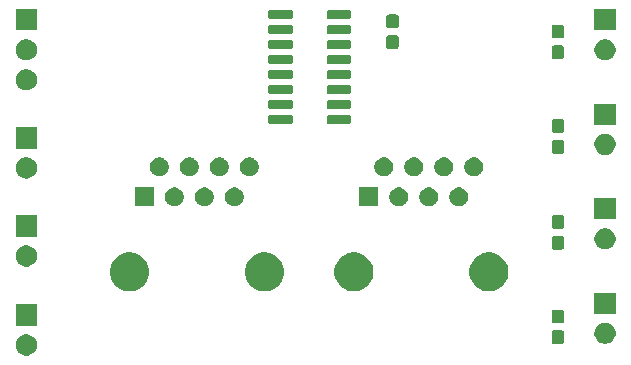
<source format=gbr>
G04 #@! TF.GenerationSoftware,KiCad,Pcbnew,5.1.5-52549c5~84~ubuntu18.04.1*
G04 #@! TF.CreationDate,2020-03-03T19:20:35-07:00*
G04 #@! TF.ProjectId,transmitter-test,7472616e-736d-4697-9474-65722d746573,rev?*
G04 #@! TF.SameCoordinates,Original*
G04 #@! TF.FileFunction,Soldermask,Top*
G04 #@! TF.FilePolarity,Negative*
%FSLAX46Y46*%
G04 Gerber Fmt 4.6, Leading zero omitted, Abs format (unit mm)*
G04 Created by KiCad (PCBNEW 5.1.5-52549c5~84~ubuntu18.04.1) date 2020-03-03 19:20:35*
%MOMM*%
%LPD*%
G04 APERTURE LIST*
%ADD10C,0.100000*%
G04 APERTURE END LIST*
D10*
G36*
X88113512Y-94643927D02*
G01*
X88262812Y-94673624D01*
X88426784Y-94741544D01*
X88574354Y-94840147D01*
X88699853Y-94965646D01*
X88798456Y-95113216D01*
X88866376Y-95277188D01*
X88896073Y-95426488D01*
X88900949Y-95451000D01*
X88901000Y-95451259D01*
X88901000Y-95628741D01*
X88866376Y-95802812D01*
X88798456Y-95966784D01*
X88699853Y-96114354D01*
X88574354Y-96239853D01*
X88426784Y-96338456D01*
X88262812Y-96406376D01*
X88113512Y-96436073D01*
X88088742Y-96441000D01*
X87911258Y-96441000D01*
X87886488Y-96436073D01*
X87737188Y-96406376D01*
X87573216Y-96338456D01*
X87425646Y-96239853D01*
X87300147Y-96114354D01*
X87201544Y-95966784D01*
X87133624Y-95802812D01*
X87099000Y-95628741D01*
X87099000Y-95451259D01*
X87099052Y-95451000D01*
X87103927Y-95426488D01*
X87133624Y-95277188D01*
X87201544Y-95113216D01*
X87300147Y-94965646D01*
X87425646Y-94840147D01*
X87573216Y-94741544D01*
X87737188Y-94673624D01*
X87886488Y-94643927D01*
X87911258Y-94639000D01*
X88088742Y-94639000D01*
X88113512Y-94643927D01*
G37*
G36*
X133364499Y-94303445D02*
G01*
X133401995Y-94314820D01*
X133436554Y-94333292D01*
X133466847Y-94358153D01*
X133491708Y-94388446D01*
X133510180Y-94423005D01*
X133521555Y-94460501D01*
X133526000Y-94505638D01*
X133526000Y-95244362D01*
X133521555Y-95289499D01*
X133510180Y-95326995D01*
X133491708Y-95361554D01*
X133466847Y-95391847D01*
X133436554Y-95416708D01*
X133401995Y-95435180D01*
X133364499Y-95446555D01*
X133319362Y-95451000D01*
X132680638Y-95451000D01*
X132635501Y-95446555D01*
X132598005Y-95435180D01*
X132563446Y-95416708D01*
X132533153Y-95391847D01*
X132508292Y-95361554D01*
X132489820Y-95326995D01*
X132478445Y-95289499D01*
X132474000Y-95244362D01*
X132474000Y-94505638D01*
X132478445Y-94460501D01*
X132489820Y-94423005D01*
X132508292Y-94388446D01*
X132533153Y-94358153D01*
X132563446Y-94333292D01*
X132598005Y-94314820D01*
X132635501Y-94303445D01*
X132680638Y-94299000D01*
X133319362Y-94299000D01*
X133364499Y-94303445D01*
G37*
G36*
X137113512Y-93643927D02*
G01*
X137262812Y-93673624D01*
X137426784Y-93741544D01*
X137574354Y-93840147D01*
X137699853Y-93965646D01*
X137798456Y-94113216D01*
X137866376Y-94277188D01*
X137888506Y-94388446D01*
X137901000Y-94451258D01*
X137901000Y-94628742D01*
X137896073Y-94653512D01*
X137866376Y-94802812D01*
X137798456Y-94966784D01*
X137699853Y-95114354D01*
X137574354Y-95239853D01*
X137426784Y-95338456D01*
X137262812Y-95406376D01*
X137118001Y-95435180D01*
X137088742Y-95441000D01*
X136911258Y-95441000D01*
X136881999Y-95435180D01*
X136737188Y-95406376D01*
X136573216Y-95338456D01*
X136425646Y-95239853D01*
X136300147Y-95114354D01*
X136201544Y-94966784D01*
X136133624Y-94802812D01*
X136103927Y-94653512D01*
X136099000Y-94628742D01*
X136099000Y-94451258D01*
X136111494Y-94388446D01*
X136133624Y-94277188D01*
X136201544Y-94113216D01*
X136300147Y-93965646D01*
X136425646Y-93840147D01*
X136573216Y-93741544D01*
X136737188Y-93673624D01*
X136886488Y-93643927D01*
X136911258Y-93639000D01*
X137088742Y-93639000D01*
X137113512Y-93643927D01*
G37*
G36*
X88901000Y-93901000D02*
G01*
X87099000Y-93901000D01*
X87099000Y-92099000D01*
X88901000Y-92099000D01*
X88901000Y-93901000D01*
G37*
G36*
X133364499Y-92553445D02*
G01*
X133401995Y-92564820D01*
X133436554Y-92583292D01*
X133466847Y-92608153D01*
X133491708Y-92638446D01*
X133510180Y-92673005D01*
X133521555Y-92710501D01*
X133526000Y-92755638D01*
X133526000Y-93494362D01*
X133521555Y-93539499D01*
X133510180Y-93576995D01*
X133491708Y-93611554D01*
X133466847Y-93641847D01*
X133436554Y-93666708D01*
X133401995Y-93685180D01*
X133364499Y-93696555D01*
X133319362Y-93701000D01*
X132680638Y-93701000D01*
X132635501Y-93696555D01*
X132598005Y-93685180D01*
X132563446Y-93666708D01*
X132533153Y-93641847D01*
X132508292Y-93611554D01*
X132489820Y-93576995D01*
X132478445Y-93539499D01*
X132474000Y-93494362D01*
X132474000Y-92755638D01*
X132478445Y-92710501D01*
X132489820Y-92673005D01*
X132508292Y-92638446D01*
X132533153Y-92608153D01*
X132563446Y-92583292D01*
X132598005Y-92564820D01*
X132635501Y-92553445D01*
X132680638Y-92549000D01*
X133319362Y-92549000D01*
X133364499Y-92553445D01*
G37*
G36*
X137901000Y-92901000D02*
G01*
X136099000Y-92901000D01*
X136099000Y-91099000D01*
X137901000Y-91099000D01*
X137901000Y-92901000D01*
G37*
G36*
X97084593Y-87737188D02*
G01*
X97211579Y-87762447D01*
X97512042Y-87886903D01*
X97782451Y-88067585D01*
X98012415Y-88297549D01*
X98193097Y-88567958D01*
X98317553Y-88868421D01*
X98381000Y-89187391D01*
X98381000Y-89512609D01*
X98317553Y-89831579D01*
X98193097Y-90132042D01*
X98012415Y-90402451D01*
X97782451Y-90632415D01*
X97512042Y-90813097D01*
X97211579Y-90937553D01*
X97105256Y-90958702D01*
X96892611Y-91001000D01*
X96567389Y-91001000D01*
X96354744Y-90958702D01*
X96248421Y-90937553D01*
X95947958Y-90813097D01*
X95677549Y-90632415D01*
X95447585Y-90402451D01*
X95266903Y-90132042D01*
X95142447Y-89831579D01*
X95079000Y-89512609D01*
X95079000Y-89187391D01*
X95142447Y-88868421D01*
X95266903Y-88567958D01*
X95447585Y-88297549D01*
X95677549Y-88067585D01*
X95947958Y-87886903D01*
X96248421Y-87762447D01*
X96375407Y-87737188D01*
X96567389Y-87699000D01*
X96892611Y-87699000D01*
X97084593Y-87737188D01*
G37*
G36*
X116084593Y-87737188D02*
G01*
X116211579Y-87762447D01*
X116512042Y-87886903D01*
X116782451Y-88067585D01*
X117012415Y-88297549D01*
X117193097Y-88567958D01*
X117317553Y-88868421D01*
X117381000Y-89187391D01*
X117381000Y-89512609D01*
X117317553Y-89831579D01*
X117193097Y-90132042D01*
X117012415Y-90402451D01*
X116782451Y-90632415D01*
X116512042Y-90813097D01*
X116211579Y-90937553D01*
X116105256Y-90958702D01*
X115892611Y-91001000D01*
X115567389Y-91001000D01*
X115354744Y-90958702D01*
X115248421Y-90937553D01*
X114947958Y-90813097D01*
X114677549Y-90632415D01*
X114447585Y-90402451D01*
X114266903Y-90132042D01*
X114142447Y-89831579D01*
X114079000Y-89512609D01*
X114079000Y-89187391D01*
X114142447Y-88868421D01*
X114266903Y-88567958D01*
X114447585Y-88297549D01*
X114677549Y-88067585D01*
X114947958Y-87886903D01*
X115248421Y-87762447D01*
X115375407Y-87737188D01*
X115567389Y-87699000D01*
X115892611Y-87699000D01*
X116084593Y-87737188D01*
G37*
G36*
X127514593Y-87737188D02*
G01*
X127641579Y-87762447D01*
X127942042Y-87886903D01*
X128212451Y-88067585D01*
X128442415Y-88297549D01*
X128623097Y-88567958D01*
X128747553Y-88868421D01*
X128811000Y-89187391D01*
X128811000Y-89512609D01*
X128747553Y-89831579D01*
X128623097Y-90132042D01*
X128442415Y-90402451D01*
X128212451Y-90632415D01*
X127942042Y-90813097D01*
X127641579Y-90937553D01*
X127535256Y-90958702D01*
X127322611Y-91001000D01*
X126997389Y-91001000D01*
X126784744Y-90958702D01*
X126678421Y-90937553D01*
X126377958Y-90813097D01*
X126107549Y-90632415D01*
X125877585Y-90402451D01*
X125696903Y-90132042D01*
X125572447Y-89831579D01*
X125509000Y-89512609D01*
X125509000Y-89187391D01*
X125572447Y-88868421D01*
X125696903Y-88567958D01*
X125877585Y-88297549D01*
X126107549Y-88067585D01*
X126377958Y-87886903D01*
X126678421Y-87762447D01*
X126805407Y-87737188D01*
X126997389Y-87699000D01*
X127322611Y-87699000D01*
X127514593Y-87737188D01*
G37*
G36*
X108514593Y-87737188D02*
G01*
X108641579Y-87762447D01*
X108942042Y-87886903D01*
X109212451Y-88067585D01*
X109442415Y-88297549D01*
X109623097Y-88567958D01*
X109747553Y-88868421D01*
X109811000Y-89187391D01*
X109811000Y-89512609D01*
X109747553Y-89831579D01*
X109623097Y-90132042D01*
X109442415Y-90402451D01*
X109212451Y-90632415D01*
X108942042Y-90813097D01*
X108641579Y-90937553D01*
X108535256Y-90958702D01*
X108322611Y-91001000D01*
X107997389Y-91001000D01*
X107784744Y-90958702D01*
X107678421Y-90937553D01*
X107377958Y-90813097D01*
X107107549Y-90632415D01*
X106877585Y-90402451D01*
X106696903Y-90132042D01*
X106572447Y-89831579D01*
X106509000Y-89512609D01*
X106509000Y-89187391D01*
X106572447Y-88868421D01*
X106696903Y-88567958D01*
X106877585Y-88297549D01*
X107107549Y-88067585D01*
X107377958Y-87886903D01*
X107678421Y-87762447D01*
X107805407Y-87737188D01*
X107997389Y-87699000D01*
X108322611Y-87699000D01*
X108514593Y-87737188D01*
G37*
G36*
X88113512Y-87103927D02*
G01*
X88262812Y-87133624D01*
X88426784Y-87201544D01*
X88574354Y-87300147D01*
X88699853Y-87425646D01*
X88798456Y-87573216D01*
X88866376Y-87737188D01*
X88901000Y-87911259D01*
X88901000Y-88088741D01*
X88866376Y-88262812D01*
X88798456Y-88426784D01*
X88699853Y-88574354D01*
X88574354Y-88699853D01*
X88426784Y-88798456D01*
X88262812Y-88866376D01*
X88113512Y-88896073D01*
X88088742Y-88901000D01*
X87911258Y-88901000D01*
X87886488Y-88896073D01*
X87737188Y-88866376D01*
X87573216Y-88798456D01*
X87425646Y-88699853D01*
X87300147Y-88574354D01*
X87201544Y-88426784D01*
X87133624Y-88262812D01*
X87099000Y-88088741D01*
X87099000Y-87911259D01*
X87133624Y-87737188D01*
X87201544Y-87573216D01*
X87300147Y-87425646D01*
X87425646Y-87300147D01*
X87573216Y-87201544D01*
X87737188Y-87133624D01*
X87886488Y-87103927D01*
X87911258Y-87099000D01*
X88088742Y-87099000D01*
X88113512Y-87103927D01*
G37*
G36*
X133364499Y-86303445D02*
G01*
X133401995Y-86314820D01*
X133436554Y-86333292D01*
X133466847Y-86358153D01*
X133491708Y-86388446D01*
X133510180Y-86423005D01*
X133521555Y-86460501D01*
X133526000Y-86505638D01*
X133526000Y-87244362D01*
X133521555Y-87289499D01*
X133510180Y-87326995D01*
X133491708Y-87361554D01*
X133466847Y-87391847D01*
X133436554Y-87416708D01*
X133401995Y-87435180D01*
X133364499Y-87446555D01*
X133319362Y-87451000D01*
X132680638Y-87451000D01*
X132635501Y-87446555D01*
X132598005Y-87435180D01*
X132563446Y-87416708D01*
X132533153Y-87391847D01*
X132508292Y-87361554D01*
X132489820Y-87326995D01*
X132478445Y-87289499D01*
X132474000Y-87244362D01*
X132474000Y-86505638D01*
X132478445Y-86460501D01*
X132489820Y-86423005D01*
X132508292Y-86388446D01*
X132533153Y-86358153D01*
X132563446Y-86333292D01*
X132598005Y-86314820D01*
X132635501Y-86303445D01*
X132680638Y-86299000D01*
X133319362Y-86299000D01*
X133364499Y-86303445D01*
G37*
G36*
X137113512Y-85643927D02*
G01*
X137262812Y-85673624D01*
X137426784Y-85741544D01*
X137574354Y-85840147D01*
X137699853Y-85965646D01*
X137798456Y-86113216D01*
X137866376Y-86277188D01*
X137901000Y-86451259D01*
X137901000Y-86628741D01*
X137866376Y-86802812D01*
X137798456Y-86966784D01*
X137699853Y-87114354D01*
X137574354Y-87239853D01*
X137426784Y-87338456D01*
X137262812Y-87406376D01*
X137118001Y-87435180D01*
X137088742Y-87441000D01*
X136911258Y-87441000D01*
X136881999Y-87435180D01*
X136737188Y-87406376D01*
X136573216Y-87338456D01*
X136425646Y-87239853D01*
X136300147Y-87114354D01*
X136201544Y-86966784D01*
X136133624Y-86802812D01*
X136099000Y-86628741D01*
X136099000Y-86451259D01*
X136133624Y-86277188D01*
X136201544Y-86113216D01*
X136300147Y-85965646D01*
X136425646Y-85840147D01*
X136573216Y-85741544D01*
X136737188Y-85673624D01*
X136886488Y-85643927D01*
X136911258Y-85639000D01*
X137088742Y-85639000D01*
X137113512Y-85643927D01*
G37*
G36*
X88901000Y-86361000D02*
G01*
X87099000Y-86361000D01*
X87099000Y-84559000D01*
X88901000Y-84559000D01*
X88901000Y-86361000D01*
G37*
G36*
X133364499Y-84553445D02*
G01*
X133401995Y-84564820D01*
X133436554Y-84583292D01*
X133466847Y-84608153D01*
X133491708Y-84638446D01*
X133510180Y-84673005D01*
X133521555Y-84710501D01*
X133526000Y-84755638D01*
X133526000Y-85494362D01*
X133521555Y-85539499D01*
X133510180Y-85576995D01*
X133491708Y-85611554D01*
X133466847Y-85641847D01*
X133436554Y-85666708D01*
X133401995Y-85685180D01*
X133364499Y-85696555D01*
X133319362Y-85701000D01*
X132680638Y-85701000D01*
X132635501Y-85696555D01*
X132598005Y-85685180D01*
X132563446Y-85666708D01*
X132533153Y-85641847D01*
X132508292Y-85611554D01*
X132489820Y-85576995D01*
X132478445Y-85539499D01*
X132474000Y-85494362D01*
X132474000Y-84755638D01*
X132478445Y-84710501D01*
X132489820Y-84673005D01*
X132508292Y-84638446D01*
X132533153Y-84608153D01*
X132563446Y-84583292D01*
X132598005Y-84564820D01*
X132635501Y-84553445D01*
X132680638Y-84549000D01*
X133319362Y-84549000D01*
X133364499Y-84553445D01*
G37*
G36*
X137901000Y-84901000D02*
G01*
X136099000Y-84901000D01*
X136099000Y-83099000D01*
X137901000Y-83099000D01*
X137901000Y-84901000D01*
G37*
G36*
X105853642Y-82229781D02*
G01*
X105999414Y-82290162D01*
X105999416Y-82290163D01*
X106130608Y-82377822D01*
X106242178Y-82489392D01*
X106329837Y-82620584D01*
X106329838Y-82620586D01*
X106390219Y-82766358D01*
X106421000Y-82921107D01*
X106421000Y-83078893D01*
X106390219Y-83233642D01*
X106329838Y-83379414D01*
X106329837Y-83379416D01*
X106242178Y-83510608D01*
X106130608Y-83622178D01*
X105999416Y-83709837D01*
X105999415Y-83709838D01*
X105999414Y-83709838D01*
X105853642Y-83770219D01*
X105698893Y-83801000D01*
X105541107Y-83801000D01*
X105386358Y-83770219D01*
X105240586Y-83709838D01*
X105240585Y-83709838D01*
X105240584Y-83709837D01*
X105109392Y-83622178D01*
X104997822Y-83510608D01*
X104910163Y-83379416D01*
X104910162Y-83379414D01*
X104849781Y-83233642D01*
X104819000Y-83078893D01*
X104819000Y-82921107D01*
X104849781Y-82766358D01*
X104910162Y-82620586D01*
X104910163Y-82620584D01*
X104997822Y-82489392D01*
X105109392Y-82377822D01*
X105240584Y-82290163D01*
X105240586Y-82290162D01*
X105386358Y-82229781D01*
X105541107Y-82199000D01*
X105698893Y-82199000D01*
X105853642Y-82229781D01*
G37*
G36*
X117801000Y-83801000D02*
G01*
X116199000Y-83801000D01*
X116199000Y-82199000D01*
X117801000Y-82199000D01*
X117801000Y-83801000D01*
G37*
G36*
X103313642Y-82229781D02*
G01*
X103459414Y-82290162D01*
X103459416Y-82290163D01*
X103590608Y-82377822D01*
X103702178Y-82489392D01*
X103789837Y-82620584D01*
X103789838Y-82620586D01*
X103850219Y-82766358D01*
X103881000Y-82921107D01*
X103881000Y-83078893D01*
X103850219Y-83233642D01*
X103789838Y-83379414D01*
X103789837Y-83379416D01*
X103702178Y-83510608D01*
X103590608Y-83622178D01*
X103459416Y-83709837D01*
X103459415Y-83709838D01*
X103459414Y-83709838D01*
X103313642Y-83770219D01*
X103158893Y-83801000D01*
X103001107Y-83801000D01*
X102846358Y-83770219D01*
X102700586Y-83709838D01*
X102700585Y-83709838D01*
X102700584Y-83709837D01*
X102569392Y-83622178D01*
X102457822Y-83510608D01*
X102370163Y-83379416D01*
X102370162Y-83379414D01*
X102309781Y-83233642D01*
X102279000Y-83078893D01*
X102279000Y-82921107D01*
X102309781Y-82766358D01*
X102370162Y-82620586D01*
X102370163Y-82620584D01*
X102457822Y-82489392D01*
X102569392Y-82377822D01*
X102700584Y-82290163D01*
X102700586Y-82290162D01*
X102846358Y-82229781D01*
X103001107Y-82199000D01*
X103158893Y-82199000D01*
X103313642Y-82229781D01*
G37*
G36*
X119773642Y-82229781D02*
G01*
X119919414Y-82290162D01*
X119919416Y-82290163D01*
X120050608Y-82377822D01*
X120162178Y-82489392D01*
X120249837Y-82620584D01*
X120249838Y-82620586D01*
X120310219Y-82766358D01*
X120341000Y-82921107D01*
X120341000Y-83078893D01*
X120310219Y-83233642D01*
X120249838Y-83379414D01*
X120249837Y-83379416D01*
X120162178Y-83510608D01*
X120050608Y-83622178D01*
X119919416Y-83709837D01*
X119919415Y-83709838D01*
X119919414Y-83709838D01*
X119773642Y-83770219D01*
X119618893Y-83801000D01*
X119461107Y-83801000D01*
X119306358Y-83770219D01*
X119160586Y-83709838D01*
X119160585Y-83709838D01*
X119160584Y-83709837D01*
X119029392Y-83622178D01*
X118917822Y-83510608D01*
X118830163Y-83379416D01*
X118830162Y-83379414D01*
X118769781Y-83233642D01*
X118739000Y-83078893D01*
X118739000Y-82921107D01*
X118769781Y-82766358D01*
X118830162Y-82620586D01*
X118830163Y-82620584D01*
X118917822Y-82489392D01*
X119029392Y-82377822D01*
X119160584Y-82290163D01*
X119160586Y-82290162D01*
X119306358Y-82229781D01*
X119461107Y-82199000D01*
X119618893Y-82199000D01*
X119773642Y-82229781D01*
G37*
G36*
X100773642Y-82229781D02*
G01*
X100919414Y-82290162D01*
X100919416Y-82290163D01*
X101050608Y-82377822D01*
X101162178Y-82489392D01*
X101249837Y-82620584D01*
X101249838Y-82620586D01*
X101310219Y-82766358D01*
X101341000Y-82921107D01*
X101341000Y-83078893D01*
X101310219Y-83233642D01*
X101249838Y-83379414D01*
X101249837Y-83379416D01*
X101162178Y-83510608D01*
X101050608Y-83622178D01*
X100919416Y-83709837D01*
X100919415Y-83709838D01*
X100919414Y-83709838D01*
X100773642Y-83770219D01*
X100618893Y-83801000D01*
X100461107Y-83801000D01*
X100306358Y-83770219D01*
X100160586Y-83709838D01*
X100160585Y-83709838D01*
X100160584Y-83709837D01*
X100029392Y-83622178D01*
X99917822Y-83510608D01*
X99830163Y-83379416D01*
X99830162Y-83379414D01*
X99769781Y-83233642D01*
X99739000Y-83078893D01*
X99739000Y-82921107D01*
X99769781Y-82766358D01*
X99830162Y-82620586D01*
X99830163Y-82620584D01*
X99917822Y-82489392D01*
X100029392Y-82377822D01*
X100160584Y-82290163D01*
X100160586Y-82290162D01*
X100306358Y-82229781D01*
X100461107Y-82199000D01*
X100618893Y-82199000D01*
X100773642Y-82229781D01*
G37*
G36*
X98801000Y-83801000D02*
G01*
X97199000Y-83801000D01*
X97199000Y-82199000D01*
X98801000Y-82199000D01*
X98801000Y-83801000D01*
G37*
G36*
X122313642Y-82229781D02*
G01*
X122459414Y-82290162D01*
X122459416Y-82290163D01*
X122590608Y-82377822D01*
X122702178Y-82489392D01*
X122789837Y-82620584D01*
X122789838Y-82620586D01*
X122850219Y-82766358D01*
X122881000Y-82921107D01*
X122881000Y-83078893D01*
X122850219Y-83233642D01*
X122789838Y-83379414D01*
X122789837Y-83379416D01*
X122702178Y-83510608D01*
X122590608Y-83622178D01*
X122459416Y-83709837D01*
X122459415Y-83709838D01*
X122459414Y-83709838D01*
X122313642Y-83770219D01*
X122158893Y-83801000D01*
X122001107Y-83801000D01*
X121846358Y-83770219D01*
X121700586Y-83709838D01*
X121700585Y-83709838D01*
X121700584Y-83709837D01*
X121569392Y-83622178D01*
X121457822Y-83510608D01*
X121370163Y-83379416D01*
X121370162Y-83379414D01*
X121309781Y-83233642D01*
X121279000Y-83078893D01*
X121279000Y-82921107D01*
X121309781Y-82766358D01*
X121370162Y-82620586D01*
X121370163Y-82620584D01*
X121457822Y-82489392D01*
X121569392Y-82377822D01*
X121700584Y-82290163D01*
X121700586Y-82290162D01*
X121846358Y-82229781D01*
X122001107Y-82199000D01*
X122158893Y-82199000D01*
X122313642Y-82229781D01*
G37*
G36*
X124853642Y-82229781D02*
G01*
X124999414Y-82290162D01*
X124999416Y-82290163D01*
X125130608Y-82377822D01*
X125242178Y-82489392D01*
X125329837Y-82620584D01*
X125329838Y-82620586D01*
X125390219Y-82766358D01*
X125421000Y-82921107D01*
X125421000Y-83078893D01*
X125390219Y-83233642D01*
X125329838Y-83379414D01*
X125329837Y-83379416D01*
X125242178Y-83510608D01*
X125130608Y-83622178D01*
X124999416Y-83709837D01*
X124999415Y-83709838D01*
X124999414Y-83709838D01*
X124853642Y-83770219D01*
X124698893Y-83801000D01*
X124541107Y-83801000D01*
X124386358Y-83770219D01*
X124240586Y-83709838D01*
X124240585Y-83709838D01*
X124240584Y-83709837D01*
X124109392Y-83622178D01*
X123997822Y-83510608D01*
X123910163Y-83379416D01*
X123910162Y-83379414D01*
X123849781Y-83233642D01*
X123819000Y-83078893D01*
X123819000Y-82921107D01*
X123849781Y-82766358D01*
X123910162Y-82620586D01*
X123910163Y-82620584D01*
X123997822Y-82489392D01*
X124109392Y-82377822D01*
X124240584Y-82290163D01*
X124240586Y-82290162D01*
X124386358Y-82229781D01*
X124541107Y-82199000D01*
X124698893Y-82199000D01*
X124853642Y-82229781D01*
G37*
G36*
X88113512Y-79643927D02*
G01*
X88262812Y-79673624D01*
X88426784Y-79741544D01*
X88574354Y-79840147D01*
X88699853Y-79965646D01*
X88798456Y-80113216D01*
X88866376Y-80277188D01*
X88901000Y-80451259D01*
X88901000Y-80628741D01*
X88866376Y-80802812D01*
X88798456Y-80966784D01*
X88699853Y-81114354D01*
X88574354Y-81239853D01*
X88426784Y-81338456D01*
X88262812Y-81406376D01*
X88113512Y-81436073D01*
X88088742Y-81441000D01*
X87911258Y-81441000D01*
X87886488Y-81436073D01*
X87737188Y-81406376D01*
X87573216Y-81338456D01*
X87425646Y-81239853D01*
X87300147Y-81114354D01*
X87201544Y-80966784D01*
X87133624Y-80802812D01*
X87099000Y-80628741D01*
X87099000Y-80451259D01*
X87133624Y-80277188D01*
X87201544Y-80113216D01*
X87300147Y-79965646D01*
X87425646Y-79840147D01*
X87573216Y-79741544D01*
X87737188Y-79673624D01*
X87886488Y-79643927D01*
X87911258Y-79639000D01*
X88088742Y-79639000D01*
X88113512Y-79643927D01*
G37*
G36*
X99503642Y-79689781D02*
G01*
X99628608Y-79741544D01*
X99649416Y-79750163D01*
X99780608Y-79837822D01*
X99892178Y-79949392D01*
X99903038Y-79965646D01*
X99979838Y-80080586D01*
X100040219Y-80226358D01*
X100071000Y-80381107D01*
X100071000Y-80538893D01*
X100040219Y-80693642D01*
X99994999Y-80802812D01*
X99979837Y-80839416D01*
X99892178Y-80970608D01*
X99780608Y-81082178D01*
X99649416Y-81169837D01*
X99649415Y-81169838D01*
X99649414Y-81169838D01*
X99503642Y-81230219D01*
X99348893Y-81261000D01*
X99191107Y-81261000D01*
X99036358Y-81230219D01*
X98890586Y-81169838D01*
X98890585Y-81169838D01*
X98890584Y-81169837D01*
X98759392Y-81082178D01*
X98647822Y-80970608D01*
X98560163Y-80839416D01*
X98545001Y-80802812D01*
X98499781Y-80693642D01*
X98469000Y-80538893D01*
X98469000Y-80381107D01*
X98499781Y-80226358D01*
X98560162Y-80080586D01*
X98636962Y-79965646D01*
X98647822Y-79949392D01*
X98759392Y-79837822D01*
X98890584Y-79750163D01*
X98911392Y-79741544D01*
X99036358Y-79689781D01*
X99191107Y-79659000D01*
X99348893Y-79659000D01*
X99503642Y-79689781D01*
G37*
G36*
X102043642Y-79689781D02*
G01*
X102168608Y-79741544D01*
X102189416Y-79750163D01*
X102320608Y-79837822D01*
X102432178Y-79949392D01*
X102443038Y-79965646D01*
X102519838Y-80080586D01*
X102580219Y-80226358D01*
X102611000Y-80381107D01*
X102611000Y-80538893D01*
X102580219Y-80693642D01*
X102534999Y-80802812D01*
X102519837Y-80839416D01*
X102432178Y-80970608D01*
X102320608Y-81082178D01*
X102189416Y-81169837D01*
X102189415Y-81169838D01*
X102189414Y-81169838D01*
X102043642Y-81230219D01*
X101888893Y-81261000D01*
X101731107Y-81261000D01*
X101576358Y-81230219D01*
X101430586Y-81169838D01*
X101430585Y-81169838D01*
X101430584Y-81169837D01*
X101299392Y-81082178D01*
X101187822Y-80970608D01*
X101100163Y-80839416D01*
X101085001Y-80802812D01*
X101039781Y-80693642D01*
X101009000Y-80538893D01*
X101009000Y-80381107D01*
X101039781Y-80226358D01*
X101100162Y-80080586D01*
X101176962Y-79965646D01*
X101187822Y-79949392D01*
X101299392Y-79837822D01*
X101430584Y-79750163D01*
X101451392Y-79741544D01*
X101576358Y-79689781D01*
X101731107Y-79659000D01*
X101888893Y-79659000D01*
X102043642Y-79689781D01*
G37*
G36*
X107123642Y-79689781D02*
G01*
X107248608Y-79741544D01*
X107269416Y-79750163D01*
X107400608Y-79837822D01*
X107512178Y-79949392D01*
X107523038Y-79965646D01*
X107599838Y-80080586D01*
X107660219Y-80226358D01*
X107691000Y-80381107D01*
X107691000Y-80538893D01*
X107660219Y-80693642D01*
X107614999Y-80802812D01*
X107599837Y-80839416D01*
X107512178Y-80970608D01*
X107400608Y-81082178D01*
X107269416Y-81169837D01*
X107269415Y-81169838D01*
X107269414Y-81169838D01*
X107123642Y-81230219D01*
X106968893Y-81261000D01*
X106811107Y-81261000D01*
X106656358Y-81230219D01*
X106510586Y-81169838D01*
X106510585Y-81169838D01*
X106510584Y-81169837D01*
X106379392Y-81082178D01*
X106267822Y-80970608D01*
X106180163Y-80839416D01*
X106165001Y-80802812D01*
X106119781Y-80693642D01*
X106089000Y-80538893D01*
X106089000Y-80381107D01*
X106119781Y-80226358D01*
X106180162Y-80080586D01*
X106256962Y-79965646D01*
X106267822Y-79949392D01*
X106379392Y-79837822D01*
X106510584Y-79750163D01*
X106531392Y-79741544D01*
X106656358Y-79689781D01*
X106811107Y-79659000D01*
X106968893Y-79659000D01*
X107123642Y-79689781D01*
G37*
G36*
X104583642Y-79689781D02*
G01*
X104708608Y-79741544D01*
X104729416Y-79750163D01*
X104860608Y-79837822D01*
X104972178Y-79949392D01*
X104983038Y-79965646D01*
X105059838Y-80080586D01*
X105120219Y-80226358D01*
X105151000Y-80381107D01*
X105151000Y-80538893D01*
X105120219Y-80693642D01*
X105074999Y-80802812D01*
X105059837Y-80839416D01*
X104972178Y-80970608D01*
X104860608Y-81082178D01*
X104729416Y-81169837D01*
X104729415Y-81169838D01*
X104729414Y-81169838D01*
X104583642Y-81230219D01*
X104428893Y-81261000D01*
X104271107Y-81261000D01*
X104116358Y-81230219D01*
X103970586Y-81169838D01*
X103970585Y-81169838D01*
X103970584Y-81169837D01*
X103839392Y-81082178D01*
X103727822Y-80970608D01*
X103640163Y-80839416D01*
X103625001Y-80802812D01*
X103579781Y-80693642D01*
X103549000Y-80538893D01*
X103549000Y-80381107D01*
X103579781Y-80226358D01*
X103640162Y-80080586D01*
X103716962Y-79965646D01*
X103727822Y-79949392D01*
X103839392Y-79837822D01*
X103970584Y-79750163D01*
X103991392Y-79741544D01*
X104116358Y-79689781D01*
X104271107Y-79659000D01*
X104428893Y-79659000D01*
X104583642Y-79689781D01*
G37*
G36*
X123583642Y-79689781D02*
G01*
X123708608Y-79741544D01*
X123729416Y-79750163D01*
X123860608Y-79837822D01*
X123972178Y-79949392D01*
X123983038Y-79965646D01*
X124059838Y-80080586D01*
X124120219Y-80226358D01*
X124151000Y-80381107D01*
X124151000Y-80538893D01*
X124120219Y-80693642D01*
X124074999Y-80802812D01*
X124059837Y-80839416D01*
X123972178Y-80970608D01*
X123860608Y-81082178D01*
X123729416Y-81169837D01*
X123729415Y-81169838D01*
X123729414Y-81169838D01*
X123583642Y-81230219D01*
X123428893Y-81261000D01*
X123271107Y-81261000D01*
X123116358Y-81230219D01*
X122970586Y-81169838D01*
X122970585Y-81169838D01*
X122970584Y-81169837D01*
X122839392Y-81082178D01*
X122727822Y-80970608D01*
X122640163Y-80839416D01*
X122625001Y-80802812D01*
X122579781Y-80693642D01*
X122549000Y-80538893D01*
X122549000Y-80381107D01*
X122579781Y-80226358D01*
X122640162Y-80080586D01*
X122716962Y-79965646D01*
X122727822Y-79949392D01*
X122839392Y-79837822D01*
X122970584Y-79750163D01*
X122991392Y-79741544D01*
X123116358Y-79689781D01*
X123271107Y-79659000D01*
X123428893Y-79659000D01*
X123583642Y-79689781D01*
G37*
G36*
X126123642Y-79689781D02*
G01*
X126248608Y-79741544D01*
X126269416Y-79750163D01*
X126400608Y-79837822D01*
X126512178Y-79949392D01*
X126523038Y-79965646D01*
X126599838Y-80080586D01*
X126660219Y-80226358D01*
X126691000Y-80381107D01*
X126691000Y-80538893D01*
X126660219Y-80693642D01*
X126614999Y-80802812D01*
X126599837Y-80839416D01*
X126512178Y-80970608D01*
X126400608Y-81082178D01*
X126269416Y-81169837D01*
X126269415Y-81169838D01*
X126269414Y-81169838D01*
X126123642Y-81230219D01*
X125968893Y-81261000D01*
X125811107Y-81261000D01*
X125656358Y-81230219D01*
X125510586Y-81169838D01*
X125510585Y-81169838D01*
X125510584Y-81169837D01*
X125379392Y-81082178D01*
X125267822Y-80970608D01*
X125180163Y-80839416D01*
X125165001Y-80802812D01*
X125119781Y-80693642D01*
X125089000Y-80538893D01*
X125089000Y-80381107D01*
X125119781Y-80226358D01*
X125180162Y-80080586D01*
X125256962Y-79965646D01*
X125267822Y-79949392D01*
X125379392Y-79837822D01*
X125510584Y-79750163D01*
X125531392Y-79741544D01*
X125656358Y-79689781D01*
X125811107Y-79659000D01*
X125968893Y-79659000D01*
X126123642Y-79689781D01*
G37*
G36*
X118503642Y-79689781D02*
G01*
X118628608Y-79741544D01*
X118649416Y-79750163D01*
X118780608Y-79837822D01*
X118892178Y-79949392D01*
X118903038Y-79965646D01*
X118979838Y-80080586D01*
X119040219Y-80226358D01*
X119071000Y-80381107D01*
X119071000Y-80538893D01*
X119040219Y-80693642D01*
X118994999Y-80802812D01*
X118979837Y-80839416D01*
X118892178Y-80970608D01*
X118780608Y-81082178D01*
X118649416Y-81169837D01*
X118649415Y-81169838D01*
X118649414Y-81169838D01*
X118503642Y-81230219D01*
X118348893Y-81261000D01*
X118191107Y-81261000D01*
X118036358Y-81230219D01*
X117890586Y-81169838D01*
X117890585Y-81169838D01*
X117890584Y-81169837D01*
X117759392Y-81082178D01*
X117647822Y-80970608D01*
X117560163Y-80839416D01*
X117545001Y-80802812D01*
X117499781Y-80693642D01*
X117469000Y-80538893D01*
X117469000Y-80381107D01*
X117499781Y-80226358D01*
X117560162Y-80080586D01*
X117636962Y-79965646D01*
X117647822Y-79949392D01*
X117759392Y-79837822D01*
X117890584Y-79750163D01*
X117911392Y-79741544D01*
X118036358Y-79689781D01*
X118191107Y-79659000D01*
X118348893Y-79659000D01*
X118503642Y-79689781D01*
G37*
G36*
X121043642Y-79689781D02*
G01*
X121168608Y-79741544D01*
X121189416Y-79750163D01*
X121320608Y-79837822D01*
X121432178Y-79949392D01*
X121443038Y-79965646D01*
X121519838Y-80080586D01*
X121580219Y-80226358D01*
X121611000Y-80381107D01*
X121611000Y-80538893D01*
X121580219Y-80693642D01*
X121534999Y-80802812D01*
X121519837Y-80839416D01*
X121432178Y-80970608D01*
X121320608Y-81082178D01*
X121189416Y-81169837D01*
X121189415Y-81169838D01*
X121189414Y-81169838D01*
X121043642Y-81230219D01*
X120888893Y-81261000D01*
X120731107Y-81261000D01*
X120576358Y-81230219D01*
X120430586Y-81169838D01*
X120430585Y-81169838D01*
X120430584Y-81169837D01*
X120299392Y-81082178D01*
X120187822Y-80970608D01*
X120100163Y-80839416D01*
X120085001Y-80802812D01*
X120039781Y-80693642D01*
X120009000Y-80538893D01*
X120009000Y-80381107D01*
X120039781Y-80226358D01*
X120100162Y-80080586D01*
X120176962Y-79965646D01*
X120187822Y-79949392D01*
X120299392Y-79837822D01*
X120430584Y-79750163D01*
X120451392Y-79741544D01*
X120576358Y-79689781D01*
X120731107Y-79659000D01*
X120888893Y-79659000D01*
X121043642Y-79689781D01*
G37*
G36*
X137113512Y-77643927D02*
G01*
X137262812Y-77673624D01*
X137426784Y-77741544D01*
X137574354Y-77840147D01*
X137699853Y-77965646D01*
X137798456Y-78113216D01*
X137866376Y-78277188D01*
X137901000Y-78451259D01*
X137901000Y-78628741D01*
X137866376Y-78802812D01*
X137798456Y-78966784D01*
X137699853Y-79114354D01*
X137574354Y-79239853D01*
X137426784Y-79338456D01*
X137262812Y-79406376D01*
X137113512Y-79436073D01*
X137088742Y-79441000D01*
X136911258Y-79441000D01*
X136886488Y-79436073D01*
X136737188Y-79406376D01*
X136573216Y-79338456D01*
X136425646Y-79239853D01*
X136300147Y-79114354D01*
X136201544Y-78966784D01*
X136133624Y-78802812D01*
X136099000Y-78628741D01*
X136099000Y-78451259D01*
X136133624Y-78277188D01*
X136201544Y-78113216D01*
X136300147Y-77965646D01*
X136425646Y-77840147D01*
X136573216Y-77741544D01*
X136737188Y-77673624D01*
X136886488Y-77643927D01*
X136911258Y-77639000D01*
X137088742Y-77639000D01*
X137113512Y-77643927D01*
G37*
G36*
X133364499Y-78178445D02*
G01*
X133401995Y-78189820D01*
X133436554Y-78208292D01*
X133466847Y-78233153D01*
X133491708Y-78263446D01*
X133510180Y-78298005D01*
X133521555Y-78335501D01*
X133526000Y-78380638D01*
X133526000Y-79119362D01*
X133521555Y-79164499D01*
X133510180Y-79201995D01*
X133491708Y-79236554D01*
X133466847Y-79266847D01*
X133436554Y-79291708D01*
X133401995Y-79310180D01*
X133364499Y-79321555D01*
X133319362Y-79326000D01*
X132680638Y-79326000D01*
X132635501Y-79321555D01*
X132598005Y-79310180D01*
X132563446Y-79291708D01*
X132533153Y-79266847D01*
X132508292Y-79236554D01*
X132489820Y-79201995D01*
X132478445Y-79164499D01*
X132474000Y-79119362D01*
X132474000Y-78380638D01*
X132478445Y-78335501D01*
X132489820Y-78298005D01*
X132508292Y-78263446D01*
X132533153Y-78233153D01*
X132563446Y-78208292D01*
X132598005Y-78189820D01*
X132635501Y-78178445D01*
X132680638Y-78174000D01*
X133319362Y-78174000D01*
X133364499Y-78178445D01*
G37*
G36*
X88901000Y-78901000D02*
G01*
X87099000Y-78901000D01*
X87099000Y-77099000D01*
X88901000Y-77099000D01*
X88901000Y-78901000D01*
G37*
G36*
X133364499Y-76428445D02*
G01*
X133401995Y-76439820D01*
X133436554Y-76458292D01*
X133466847Y-76483153D01*
X133491708Y-76513446D01*
X133510180Y-76548005D01*
X133521555Y-76585501D01*
X133526000Y-76630638D01*
X133526000Y-77369362D01*
X133521555Y-77414499D01*
X133510180Y-77451995D01*
X133491708Y-77486554D01*
X133466847Y-77516847D01*
X133436554Y-77541708D01*
X133401995Y-77560180D01*
X133364499Y-77571555D01*
X133319362Y-77576000D01*
X132680638Y-77576000D01*
X132635501Y-77571555D01*
X132598005Y-77560180D01*
X132563446Y-77541708D01*
X132533153Y-77516847D01*
X132508292Y-77486554D01*
X132489820Y-77451995D01*
X132478445Y-77414499D01*
X132474000Y-77369362D01*
X132474000Y-76630638D01*
X132478445Y-76585501D01*
X132489820Y-76548005D01*
X132508292Y-76513446D01*
X132533153Y-76483153D01*
X132563446Y-76458292D01*
X132598005Y-76439820D01*
X132635501Y-76428445D01*
X132680638Y-76424000D01*
X133319362Y-76424000D01*
X133364499Y-76428445D01*
G37*
G36*
X137901000Y-76901000D02*
G01*
X136099000Y-76901000D01*
X136099000Y-75099000D01*
X137901000Y-75099000D01*
X137901000Y-76901000D01*
G37*
G36*
X115409928Y-76096764D02*
G01*
X115431009Y-76103160D01*
X115450445Y-76113548D01*
X115467476Y-76127524D01*
X115481452Y-76144555D01*
X115491840Y-76163991D01*
X115498236Y-76185072D01*
X115501000Y-76213140D01*
X115501000Y-76676860D01*
X115498236Y-76704928D01*
X115491840Y-76726009D01*
X115481452Y-76745445D01*
X115467476Y-76762476D01*
X115450445Y-76776452D01*
X115431009Y-76786840D01*
X115409928Y-76793236D01*
X115381860Y-76796000D01*
X113568140Y-76796000D01*
X113540072Y-76793236D01*
X113518991Y-76786840D01*
X113499555Y-76776452D01*
X113482524Y-76762476D01*
X113468548Y-76745445D01*
X113458160Y-76726009D01*
X113451764Y-76704928D01*
X113449000Y-76676860D01*
X113449000Y-76213140D01*
X113451764Y-76185072D01*
X113458160Y-76163991D01*
X113468548Y-76144555D01*
X113482524Y-76127524D01*
X113499555Y-76113548D01*
X113518991Y-76103160D01*
X113540072Y-76096764D01*
X113568140Y-76094000D01*
X115381860Y-76094000D01*
X115409928Y-76096764D01*
G37*
G36*
X110459928Y-76096764D02*
G01*
X110481009Y-76103160D01*
X110500445Y-76113548D01*
X110517476Y-76127524D01*
X110531452Y-76144555D01*
X110541840Y-76163991D01*
X110548236Y-76185072D01*
X110551000Y-76213140D01*
X110551000Y-76676860D01*
X110548236Y-76704928D01*
X110541840Y-76726009D01*
X110531452Y-76745445D01*
X110517476Y-76762476D01*
X110500445Y-76776452D01*
X110481009Y-76786840D01*
X110459928Y-76793236D01*
X110431860Y-76796000D01*
X108618140Y-76796000D01*
X108590072Y-76793236D01*
X108568991Y-76786840D01*
X108549555Y-76776452D01*
X108532524Y-76762476D01*
X108518548Y-76745445D01*
X108508160Y-76726009D01*
X108501764Y-76704928D01*
X108499000Y-76676860D01*
X108499000Y-76213140D01*
X108501764Y-76185072D01*
X108508160Y-76163991D01*
X108518548Y-76144555D01*
X108532524Y-76127524D01*
X108549555Y-76113548D01*
X108568991Y-76103160D01*
X108590072Y-76096764D01*
X108618140Y-76094000D01*
X110431860Y-76094000D01*
X110459928Y-76096764D01*
G37*
G36*
X110459928Y-74826764D02*
G01*
X110481009Y-74833160D01*
X110500445Y-74843548D01*
X110517476Y-74857524D01*
X110531452Y-74874555D01*
X110541840Y-74893991D01*
X110548236Y-74915072D01*
X110551000Y-74943140D01*
X110551000Y-75406860D01*
X110548236Y-75434928D01*
X110541840Y-75456009D01*
X110531452Y-75475445D01*
X110517476Y-75492476D01*
X110500445Y-75506452D01*
X110481009Y-75516840D01*
X110459928Y-75523236D01*
X110431860Y-75526000D01*
X108618140Y-75526000D01*
X108590072Y-75523236D01*
X108568991Y-75516840D01*
X108549555Y-75506452D01*
X108532524Y-75492476D01*
X108518548Y-75475445D01*
X108508160Y-75456009D01*
X108501764Y-75434928D01*
X108499000Y-75406860D01*
X108499000Y-74943140D01*
X108501764Y-74915072D01*
X108508160Y-74893991D01*
X108518548Y-74874555D01*
X108532524Y-74857524D01*
X108549555Y-74843548D01*
X108568991Y-74833160D01*
X108590072Y-74826764D01*
X108618140Y-74824000D01*
X110431860Y-74824000D01*
X110459928Y-74826764D01*
G37*
G36*
X115409928Y-74826764D02*
G01*
X115431009Y-74833160D01*
X115450445Y-74843548D01*
X115467476Y-74857524D01*
X115481452Y-74874555D01*
X115491840Y-74893991D01*
X115498236Y-74915072D01*
X115501000Y-74943140D01*
X115501000Y-75406860D01*
X115498236Y-75434928D01*
X115491840Y-75456009D01*
X115481452Y-75475445D01*
X115467476Y-75492476D01*
X115450445Y-75506452D01*
X115431009Y-75516840D01*
X115409928Y-75523236D01*
X115381860Y-75526000D01*
X113568140Y-75526000D01*
X113540072Y-75523236D01*
X113518991Y-75516840D01*
X113499555Y-75506452D01*
X113482524Y-75492476D01*
X113468548Y-75475445D01*
X113458160Y-75456009D01*
X113451764Y-75434928D01*
X113449000Y-75406860D01*
X113449000Y-74943140D01*
X113451764Y-74915072D01*
X113458160Y-74893991D01*
X113468548Y-74874555D01*
X113482524Y-74857524D01*
X113499555Y-74843548D01*
X113518991Y-74833160D01*
X113540072Y-74826764D01*
X113568140Y-74824000D01*
X115381860Y-74824000D01*
X115409928Y-74826764D01*
G37*
G36*
X110459928Y-73556764D02*
G01*
X110481009Y-73563160D01*
X110500445Y-73573548D01*
X110517476Y-73587524D01*
X110531452Y-73604555D01*
X110541840Y-73623991D01*
X110548236Y-73645072D01*
X110551000Y-73673140D01*
X110551000Y-74136860D01*
X110548236Y-74164928D01*
X110541840Y-74186009D01*
X110531452Y-74205445D01*
X110517476Y-74222476D01*
X110500445Y-74236452D01*
X110481009Y-74246840D01*
X110459928Y-74253236D01*
X110431860Y-74256000D01*
X108618140Y-74256000D01*
X108590072Y-74253236D01*
X108568991Y-74246840D01*
X108549555Y-74236452D01*
X108532524Y-74222476D01*
X108518548Y-74205445D01*
X108508160Y-74186009D01*
X108501764Y-74164928D01*
X108499000Y-74136860D01*
X108499000Y-73673140D01*
X108501764Y-73645072D01*
X108508160Y-73623991D01*
X108518548Y-73604555D01*
X108532524Y-73587524D01*
X108549555Y-73573548D01*
X108568991Y-73563160D01*
X108590072Y-73556764D01*
X108618140Y-73554000D01*
X110431860Y-73554000D01*
X110459928Y-73556764D01*
G37*
G36*
X115409928Y-73556764D02*
G01*
X115431009Y-73563160D01*
X115450445Y-73573548D01*
X115467476Y-73587524D01*
X115481452Y-73604555D01*
X115491840Y-73623991D01*
X115498236Y-73645072D01*
X115501000Y-73673140D01*
X115501000Y-74136860D01*
X115498236Y-74164928D01*
X115491840Y-74186009D01*
X115481452Y-74205445D01*
X115467476Y-74222476D01*
X115450445Y-74236452D01*
X115431009Y-74246840D01*
X115409928Y-74253236D01*
X115381860Y-74256000D01*
X113568140Y-74256000D01*
X113540072Y-74253236D01*
X113518991Y-74246840D01*
X113499555Y-74236452D01*
X113482524Y-74222476D01*
X113468548Y-74205445D01*
X113458160Y-74186009D01*
X113451764Y-74164928D01*
X113449000Y-74136860D01*
X113449000Y-73673140D01*
X113451764Y-73645072D01*
X113458160Y-73623991D01*
X113468548Y-73604555D01*
X113482524Y-73587524D01*
X113499555Y-73573548D01*
X113518991Y-73563160D01*
X113540072Y-73556764D01*
X113568140Y-73554000D01*
X115381860Y-73554000D01*
X115409928Y-73556764D01*
G37*
G36*
X88113512Y-72183927D02*
G01*
X88262812Y-72213624D01*
X88426784Y-72281544D01*
X88574354Y-72380147D01*
X88699853Y-72505646D01*
X88798456Y-72653216D01*
X88866376Y-72817188D01*
X88901000Y-72991259D01*
X88901000Y-73168741D01*
X88866376Y-73342812D01*
X88798456Y-73506784D01*
X88699853Y-73654354D01*
X88574354Y-73779853D01*
X88426784Y-73878456D01*
X88262812Y-73946376D01*
X88113512Y-73976073D01*
X88088742Y-73981000D01*
X87911258Y-73981000D01*
X87886488Y-73976073D01*
X87737188Y-73946376D01*
X87573216Y-73878456D01*
X87425646Y-73779853D01*
X87300147Y-73654354D01*
X87201544Y-73506784D01*
X87133624Y-73342812D01*
X87099000Y-73168741D01*
X87099000Y-72991259D01*
X87133624Y-72817188D01*
X87201544Y-72653216D01*
X87300147Y-72505646D01*
X87425646Y-72380147D01*
X87573216Y-72281544D01*
X87737188Y-72213624D01*
X87886488Y-72183927D01*
X87911258Y-72179000D01*
X88088742Y-72179000D01*
X88113512Y-72183927D01*
G37*
G36*
X115409928Y-72286764D02*
G01*
X115431009Y-72293160D01*
X115450445Y-72303548D01*
X115467476Y-72317524D01*
X115481452Y-72334555D01*
X115491840Y-72353991D01*
X115498236Y-72375072D01*
X115501000Y-72403140D01*
X115501000Y-72866860D01*
X115498236Y-72894928D01*
X115491840Y-72916009D01*
X115481452Y-72935445D01*
X115467476Y-72952476D01*
X115450445Y-72966452D01*
X115431009Y-72976840D01*
X115409928Y-72983236D01*
X115381860Y-72986000D01*
X113568140Y-72986000D01*
X113540072Y-72983236D01*
X113518991Y-72976840D01*
X113499555Y-72966452D01*
X113482524Y-72952476D01*
X113468548Y-72935445D01*
X113458160Y-72916009D01*
X113451764Y-72894928D01*
X113449000Y-72866860D01*
X113449000Y-72403140D01*
X113451764Y-72375072D01*
X113458160Y-72353991D01*
X113468548Y-72334555D01*
X113482524Y-72317524D01*
X113499555Y-72303548D01*
X113518991Y-72293160D01*
X113540072Y-72286764D01*
X113568140Y-72284000D01*
X115381860Y-72284000D01*
X115409928Y-72286764D01*
G37*
G36*
X110459928Y-72286764D02*
G01*
X110481009Y-72293160D01*
X110500445Y-72303548D01*
X110517476Y-72317524D01*
X110531452Y-72334555D01*
X110541840Y-72353991D01*
X110548236Y-72375072D01*
X110551000Y-72403140D01*
X110551000Y-72866860D01*
X110548236Y-72894928D01*
X110541840Y-72916009D01*
X110531452Y-72935445D01*
X110517476Y-72952476D01*
X110500445Y-72966452D01*
X110481009Y-72976840D01*
X110459928Y-72983236D01*
X110431860Y-72986000D01*
X108618140Y-72986000D01*
X108590072Y-72983236D01*
X108568991Y-72976840D01*
X108549555Y-72966452D01*
X108532524Y-72952476D01*
X108518548Y-72935445D01*
X108508160Y-72916009D01*
X108501764Y-72894928D01*
X108499000Y-72866860D01*
X108499000Y-72403140D01*
X108501764Y-72375072D01*
X108508160Y-72353991D01*
X108518548Y-72334555D01*
X108532524Y-72317524D01*
X108549555Y-72303548D01*
X108568991Y-72293160D01*
X108590072Y-72286764D01*
X108618140Y-72284000D01*
X110431860Y-72284000D01*
X110459928Y-72286764D01*
G37*
G36*
X110459928Y-71016764D02*
G01*
X110481009Y-71023160D01*
X110500445Y-71033548D01*
X110517476Y-71047524D01*
X110531452Y-71064555D01*
X110541840Y-71083991D01*
X110548236Y-71105072D01*
X110551000Y-71133140D01*
X110551000Y-71596860D01*
X110548236Y-71624928D01*
X110541840Y-71646009D01*
X110531452Y-71665445D01*
X110517476Y-71682476D01*
X110500445Y-71696452D01*
X110481009Y-71706840D01*
X110459928Y-71713236D01*
X110431860Y-71716000D01*
X108618140Y-71716000D01*
X108590072Y-71713236D01*
X108568991Y-71706840D01*
X108549555Y-71696452D01*
X108532524Y-71682476D01*
X108518548Y-71665445D01*
X108508160Y-71646009D01*
X108501764Y-71624928D01*
X108499000Y-71596860D01*
X108499000Y-71133140D01*
X108501764Y-71105072D01*
X108508160Y-71083991D01*
X108518548Y-71064555D01*
X108532524Y-71047524D01*
X108549555Y-71033548D01*
X108568991Y-71023160D01*
X108590072Y-71016764D01*
X108618140Y-71014000D01*
X110431860Y-71014000D01*
X110459928Y-71016764D01*
G37*
G36*
X115409928Y-71016764D02*
G01*
X115431009Y-71023160D01*
X115450445Y-71033548D01*
X115467476Y-71047524D01*
X115481452Y-71064555D01*
X115491840Y-71083991D01*
X115498236Y-71105072D01*
X115501000Y-71133140D01*
X115501000Y-71596860D01*
X115498236Y-71624928D01*
X115491840Y-71646009D01*
X115481452Y-71665445D01*
X115467476Y-71682476D01*
X115450445Y-71696452D01*
X115431009Y-71706840D01*
X115409928Y-71713236D01*
X115381860Y-71716000D01*
X113568140Y-71716000D01*
X113540072Y-71713236D01*
X113518991Y-71706840D01*
X113499555Y-71696452D01*
X113482524Y-71682476D01*
X113468548Y-71665445D01*
X113458160Y-71646009D01*
X113451764Y-71624928D01*
X113449000Y-71596860D01*
X113449000Y-71133140D01*
X113451764Y-71105072D01*
X113458160Y-71083991D01*
X113468548Y-71064555D01*
X113482524Y-71047524D01*
X113499555Y-71033548D01*
X113518991Y-71023160D01*
X113540072Y-71016764D01*
X113568140Y-71014000D01*
X115381860Y-71014000D01*
X115409928Y-71016764D01*
G37*
G36*
X88113512Y-69643927D02*
G01*
X88262812Y-69673624D01*
X88426784Y-69741544D01*
X88574354Y-69840147D01*
X88699853Y-69965646D01*
X88798456Y-70113216D01*
X88866376Y-70277188D01*
X88896066Y-70426452D01*
X88900949Y-70451000D01*
X88901000Y-70451259D01*
X88901000Y-70628741D01*
X88866376Y-70802812D01*
X88798456Y-70966784D01*
X88699853Y-71114354D01*
X88574354Y-71239853D01*
X88426784Y-71338456D01*
X88262812Y-71406376D01*
X88113512Y-71436073D01*
X88088742Y-71441000D01*
X87911258Y-71441000D01*
X87886488Y-71436073D01*
X87737188Y-71406376D01*
X87573216Y-71338456D01*
X87425646Y-71239853D01*
X87300147Y-71114354D01*
X87201544Y-70966784D01*
X87133624Y-70802812D01*
X87099000Y-70628741D01*
X87099000Y-70451259D01*
X87099052Y-70451000D01*
X87103934Y-70426452D01*
X87133624Y-70277188D01*
X87201544Y-70113216D01*
X87300147Y-69965646D01*
X87425646Y-69840147D01*
X87573216Y-69741544D01*
X87737188Y-69673624D01*
X87886488Y-69643927D01*
X87911258Y-69639000D01*
X88088742Y-69639000D01*
X88113512Y-69643927D01*
G37*
G36*
X137113512Y-69643927D02*
G01*
X137262812Y-69673624D01*
X137426784Y-69741544D01*
X137574354Y-69840147D01*
X137699853Y-69965646D01*
X137798456Y-70113216D01*
X137866376Y-70277188D01*
X137896066Y-70426452D01*
X137900949Y-70451000D01*
X137901000Y-70451259D01*
X137901000Y-70628741D01*
X137866376Y-70802812D01*
X137798456Y-70966784D01*
X137699853Y-71114354D01*
X137574354Y-71239853D01*
X137426784Y-71338456D01*
X137262812Y-71406376D01*
X137113512Y-71436073D01*
X137088742Y-71441000D01*
X136911258Y-71441000D01*
X136886488Y-71436073D01*
X136737188Y-71406376D01*
X136573216Y-71338456D01*
X136425646Y-71239853D01*
X136300147Y-71114354D01*
X136201544Y-70966784D01*
X136133624Y-70802812D01*
X136099000Y-70628741D01*
X136099000Y-70451259D01*
X136099052Y-70451000D01*
X136103934Y-70426452D01*
X136133624Y-70277188D01*
X136201544Y-70113216D01*
X136300147Y-69965646D01*
X136425646Y-69840147D01*
X136573216Y-69741544D01*
X136737188Y-69673624D01*
X136886488Y-69643927D01*
X136911258Y-69639000D01*
X137088742Y-69639000D01*
X137113512Y-69643927D01*
G37*
G36*
X133364499Y-70178445D02*
G01*
X133401995Y-70189820D01*
X133436554Y-70208292D01*
X133466847Y-70233153D01*
X133491708Y-70263446D01*
X133510180Y-70298005D01*
X133521555Y-70335501D01*
X133526000Y-70380638D01*
X133526000Y-71119362D01*
X133521555Y-71164499D01*
X133510180Y-71201995D01*
X133491708Y-71236554D01*
X133466847Y-71266847D01*
X133436554Y-71291708D01*
X133401995Y-71310180D01*
X133364499Y-71321555D01*
X133319362Y-71326000D01*
X132680638Y-71326000D01*
X132635501Y-71321555D01*
X132598005Y-71310180D01*
X132563446Y-71291708D01*
X132533153Y-71266847D01*
X132508292Y-71236554D01*
X132489820Y-71201995D01*
X132478445Y-71164499D01*
X132474000Y-71119362D01*
X132474000Y-70380638D01*
X132478445Y-70335501D01*
X132489820Y-70298005D01*
X132508292Y-70263446D01*
X132533153Y-70233153D01*
X132563446Y-70208292D01*
X132598005Y-70189820D01*
X132635501Y-70178445D01*
X132680638Y-70174000D01*
X133319362Y-70174000D01*
X133364499Y-70178445D01*
G37*
G36*
X119364499Y-69303445D02*
G01*
X119401995Y-69314820D01*
X119436554Y-69333292D01*
X119466847Y-69358153D01*
X119491708Y-69388446D01*
X119510180Y-69423005D01*
X119521555Y-69460501D01*
X119526000Y-69505638D01*
X119526000Y-70244362D01*
X119521555Y-70289499D01*
X119510180Y-70326995D01*
X119491708Y-70361554D01*
X119466847Y-70391847D01*
X119436554Y-70416708D01*
X119401995Y-70435180D01*
X119364499Y-70446555D01*
X119319362Y-70451000D01*
X118680638Y-70451000D01*
X118635501Y-70446555D01*
X118598005Y-70435180D01*
X118563446Y-70416708D01*
X118533153Y-70391847D01*
X118508292Y-70361554D01*
X118489820Y-70326995D01*
X118478445Y-70289499D01*
X118474000Y-70244362D01*
X118474000Y-69505638D01*
X118478445Y-69460501D01*
X118489820Y-69423005D01*
X118508292Y-69388446D01*
X118533153Y-69358153D01*
X118563446Y-69333292D01*
X118598005Y-69314820D01*
X118635501Y-69303445D01*
X118680638Y-69299000D01*
X119319362Y-69299000D01*
X119364499Y-69303445D01*
G37*
G36*
X110459928Y-69746764D02*
G01*
X110481009Y-69753160D01*
X110500445Y-69763548D01*
X110517476Y-69777524D01*
X110531452Y-69794555D01*
X110541840Y-69813991D01*
X110548236Y-69835072D01*
X110551000Y-69863140D01*
X110551000Y-70326860D01*
X110548236Y-70354928D01*
X110541840Y-70376009D01*
X110531452Y-70395445D01*
X110517476Y-70412476D01*
X110500445Y-70426452D01*
X110481009Y-70436840D01*
X110459928Y-70443236D01*
X110431860Y-70446000D01*
X108618140Y-70446000D01*
X108590072Y-70443236D01*
X108568991Y-70436840D01*
X108549555Y-70426452D01*
X108532524Y-70412476D01*
X108518548Y-70395445D01*
X108508160Y-70376009D01*
X108501764Y-70354928D01*
X108499000Y-70326860D01*
X108499000Y-69863140D01*
X108501764Y-69835072D01*
X108508160Y-69813991D01*
X108518548Y-69794555D01*
X108532524Y-69777524D01*
X108549555Y-69763548D01*
X108568991Y-69753160D01*
X108590072Y-69746764D01*
X108618140Y-69744000D01*
X110431860Y-69744000D01*
X110459928Y-69746764D01*
G37*
G36*
X115409928Y-69746764D02*
G01*
X115431009Y-69753160D01*
X115450445Y-69763548D01*
X115467476Y-69777524D01*
X115481452Y-69794555D01*
X115491840Y-69813991D01*
X115498236Y-69835072D01*
X115501000Y-69863140D01*
X115501000Y-70326860D01*
X115498236Y-70354928D01*
X115491840Y-70376009D01*
X115481452Y-70395445D01*
X115467476Y-70412476D01*
X115450445Y-70426452D01*
X115431009Y-70436840D01*
X115409928Y-70443236D01*
X115381860Y-70446000D01*
X113568140Y-70446000D01*
X113540072Y-70443236D01*
X113518991Y-70436840D01*
X113499555Y-70426452D01*
X113482524Y-70412476D01*
X113468548Y-70395445D01*
X113458160Y-70376009D01*
X113451764Y-70354928D01*
X113449000Y-70326860D01*
X113449000Y-69863140D01*
X113451764Y-69835072D01*
X113458160Y-69813991D01*
X113468548Y-69794555D01*
X113482524Y-69777524D01*
X113499555Y-69763548D01*
X113518991Y-69753160D01*
X113540072Y-69746764D01*
X113568140Y-69744000D01*
X115381860Y-69744000D01*
X115409928Y-69746764D01*
G37*
G36*
X133364499Y-68428445D02*
G01*
X133401995Y-68439820D01*
X133436554Y-68458292D01*
X133466847Y-68483153D01*
X133491708Y-68513446D01*
X133510180Y-68548005D01*
X133521555Y-68585501D01*
X133526000Y-68630638D01*
X133526000Y-69369362D01*
X133521555Y-69414499D01*
X133510180Y-69451995D01*
X133491708Y-69486554D01*
X133466847Y-69516847D01*
X133436554Y-69541708D01*
X133401995Y-69560180D01*
X133364499Y-69571555D01*
X133319362Y-69576000D01*
X132680638Y-69576000D01*
X132635501Y-69571555D01*
X132598005Y-69560180D01*
X132563446Y-69541708D01*
X132533153Y-69516847D01*
X132508292Y-69486554D01*
X132489820Y-69451995D01*
X132478445Y-69414499D01*
X132474000Y-69369362D01*
X132474000Y-68630638D01*
X132478445Y-68585501D01*
X132489820Y-68548005D01*
X132508292Y-68513446D01*
X132533153Y-68483153D01*
X132563446Y-68458292D01*
X132598005Y-68439820D01*
X132635501Y-68428445D01*
X132680638Y-68424000D01*
X133319362Y-68424000D01*
X133364499Y-68428445D01*
G37*
G36*
X115409928Y-68476764D02*
G01*
X115431009Y-68483160D01*
X115450445Y-68493548D01*
X115467476Y-68507524D01*
X115481452Y-68524555D01*
X115491840Y-68543991D01*
X115498236Y-68565072D01*
X115501000Y-68593140D01*
X115501000Y-69056860D01*
X115498236Y-69084928D01*
X115491840Y-69106009D01*
X115481452Y-69125445D01*
X115467476Y-69142476D01*
X115450445Y-69156452D01*
X115431009Y-69166840D01*
X115409928Y-69173236D01*
X115381860Y-69176000D01*
X113568140Y-69176000D01*
X113540072Y-69173236D01*
X113518991Y-69166840D01*
X113499555Y-69156452D01*
X113482524Y-69142476D01*
X113468548Y-69125445D01*
X113458160Y-69106009D01*
X113451764Y-69084928D01*
X113449000Y-69056860D01*
X113449000Y-68593140D01*
X113451764Y-68565072D01*
X113458160Y-68543991D01*
X113468548Y-68524555D01*
X113482524Y-68507524D01*
X113499555Y-68493548D01*
X113518991Y-68483160D01*
X113540072Y-68476764D01*
X113568140Y-68474000D01*
X115381860Y-68474000D01*
X115409928Y-68476764D01*
G37*
G36*
X110459928Y-68476764D02*
G01*
X110481009Y-68483160D01*
X110500445Y-68493548D01*
X110517476Y-68507524D01*
X110531452Y-68524555D01*
X110541840Y-68543991D01*
X110548236Y-68565072D01*
X110551000Y-68593140D01*
X110551000Y-69056860D01*
X110548236Y-69084928D01*
X110541840Y-69106009D01*
X110531452Y-69125445D01*
X110517476Y-69142476D01*
X110500445Y-69156452D01*
X110481009Y-69166840D01*
X110459928Y-69173236D01*
X110431860Y-69176000D01*
X108618140Y-69176000D01*
X108590072Y-69173236D01*
X108568991Y-69166840D01*
X108549555Y-69156452D01*
X108532524Y-69142476D01*
X108518548Y-69125445D01*
X108508160Y-69106009D01*
X108501764Y-69084928D01*
X108499000Y-69056860D01*
X108499000Y-68593140D01*
X108501764Y-68565072D01*
X108508160Y-68543991D01*
X108518548Y-68524555D01*
X108532524Y-68507524D01*
X108549555Y-68493548D01*
X108568991Y-68483160D01*
X108590072Y-68476764D01*
X108618140Y-68474000D01*
X110431860Y-68474000D01*
X110459928Y-68476764D01*
G37*
G36*
X137901000Y-68901000D02*
G01*
X136099000Y-68901000D01*
X136099000Y-67099000D01*
X137901000Y-67099000D01*
X137901000Y-68901000D01*
G37*
G36*
X88901000Y-68901000D02*
G01*
X87099000Y-68901000D01*
X87099000Y-67099000D01*
X88901000Y-67099000D01*
X88901000Y-68901000D01*
G37*
G36*
X119364499Y-67553445D02*
G01*
X119401995Y-67564820D01*
X119436554Y-67583292D01*
X119466847Y-67608153D01*
X119491708Y-67638446D01*
X119510180Y-67673005D01*
X119521555Y-67710501D01*
X119526000Y-67755638D01*
X119526000Y-68494362D01*
X119521555Y-68539499D01*
X119510180Y-68576995D01*
X119491708Y-68611554D01*
X119466847Y-68641847D01*
X119436554Y-68666708D01*
X119401995Y-68685180D01*
X119364499Y-68696555D01*
X119319362Y-68701000D01*
X118680638Y-68701000D01*
X118635501Y-68696555D01*
X118598005Y-68685180D01*
X118563446Y-68666708D01*
X118533153Y-68641847D01*
X118508292Y-68611554D01*
X118489820Y-68576995D01*
X118478445Y-68539499D01*
X118474000Y-68494362D01*
X118474000Y-67755638D01*
X118478445Y-67710501D01*
X118489820Y-67673005D01*
X118508292Y-67638446D01*
X118533153Y-67608153D01*
X118563446Y-67583292D01*
X118598005Y-67564820D01*
X118635501Y-67553445D01*
X118680638Y-67549000D01*
X119319362Y-67549000D01*
X119364499Y-67553445D01*
G37*
G36*
X110459928Y-67206764D02*
G01*
X110481009Y-67213160D01*
X110500445Y-67223548D01*
X110517476Y-67237524D01*
X110531452Y-67254555D01*
X110541840Y-67273991D01*
X110548236Y-67295072D01*
X110551000Y-67323140D01*
X110551000Y-67786860D01*
X110548236Y-67814928D01*
X110541840Y-67836009D01*
X110531452Y-67855445D01*
X110517476Y-67872476D01*
X110500445Y-67886452D01*
X110481009Y-67896840D01*
X110459928Y-67903236D01*
X110431860Y-67906000D01*
X108618140Y-67906000D01*
X108590072Y-67903236D01*
X108568991Y-67896840D01*
X108549555Y-67886452D01*
X108532524Y-67872476D01*
X108518548Y-67855445D01*
X108508160Y-67836009D01*
X108501764Y-67814928D01*
X108499000Y-67786860D01*
X108499000Y-67323140D01*
X108501764Y-67295072D01*
X108508160Y-67273991D01*
X108518548Y-67254555D01*
X108532524Y-67237524D01*
X108549555Y-67223548D01*
X108568991Y-67213160D01*
X108590072Y-67206764D01*
X108618140Y-67204000D01*
X110431860Y-67204000D01*
X110459928Y-67206764D01*
G37*
G36*
X115409928Y-67206764D02*
G01*
X115431009Y-67213160D01*
X115450445Y-67223548D01*
X115467476Y-67237524D01*
X115481452Y-67254555D01*
X115491840Y-67273991D01*
X115498236Y-67295072D01*
X115501000Y-67323140D01*
X115501000Y-67786860D01*
X115498236Y-67814928D01*
X115491840Y-67836009D01*
X115481452Y-67855445D01*
X115467476Y-67872476D01*
X115450445Y-67886452D01*
X115431009Y-67896840D01*
X115409928Y-67903236D01*
X115381860Y-67906000D01*
X113568140Y-67906000D01*
X113540072Y-67903236D01*
X113518991Y-67896840D01*
X113499555Y-67886452D01*
X113482524Y-67872476D01*
X113468548Y-67855445D01*
X113458160Y-67836009D01*
X113451764Y-67814928D01*
X113449000Y-67786860D01*
X113449000Y-67323140D01*
X113451764Y-67295072D01*
X113458160Y-67273991D01*
X113468548Y-67254555D01*
X113482524Y-67237524D01*
X113499555Y-67223548D01*
X113518991Y-67213160D01*
X113540072Y-67206764D01*
X113568140Y-67204000D01*
X115381860Y-67204000D01*
X115409928Y-67206764D01*
G37*
M02*

</source>
